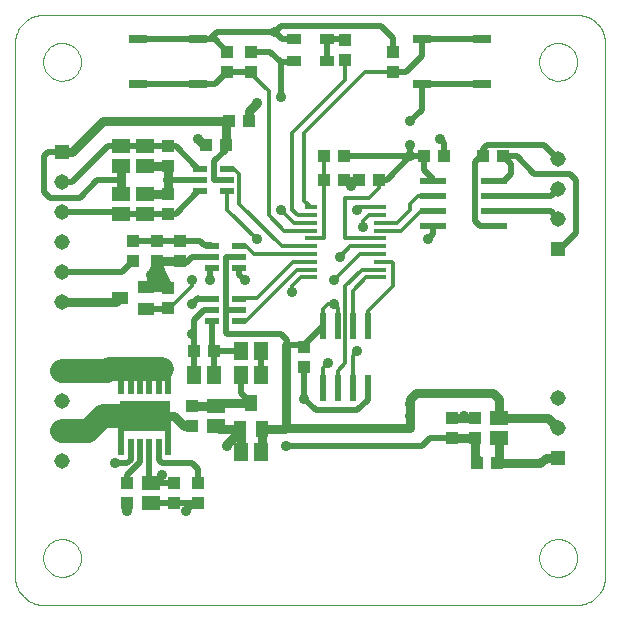
<source format=gtl>
G75*
%MOIN*%
%OFA0B0*%
%FSLAX24Y24*%
%IPPOS*%
%LPD*%
%AMOC8*
5,1,8,0,0,1.08239X$1,22.5*
%
%ADD10C,0.0000*%
%ADD11R,0.0394X0.0157*%
%ADD12R,0.0240X0.0870*%
%ADD13R,0.0866X0.0236*%
%ADD14R,0.0515X0.0515*%
%ADD15C,0.0515*%
%ADD16R,0.0433X0.0394*%
%ADD17R,0.0394X0.0433*%
%ADD18R,0.0551X0.0394*%
%ADD19R,0.0591X0.0512*%
%ADD20R,0.0472X0.0236*%
%ADD21R,0.0600X0.0300*%
%ADD22R,0.0394X0.0551*%
%ADD23R,0.0512X0.0591*%
%ADD24R,0.0197X0.0551*%
%ADD25R,0.1654X0.0984*%
%ADD26R,0.0472X0.0354*%
%ADD27C,0.0197*%
%ADD28C,0.0315*%
%ADD29C,0.0356*%
%ADD30C,0.0138*%
%ADD31C,0.0787*%
D10*
X000198Y001183D02*
X000198Y018899D01*
X000199Y018899D02*
X000201Y018961D01*
X000207Y019022D01*
X000216Y019083D01*
X000230Y019144D01*
X000247Y019203D01*
X000268Y019261D01*
X000293Y019318D01*
X000321Y019373D01*
X000352Y019426D01*
X000387Y019477D01*
X000425Y019526D01*
X000466Y019573D01*
X000509Y019616D01*
X000556Y019657D01*
X000605Y019695D01*
X000656Y019730D01*
X000709Y019761D01*
X000764Y019789D01*
X000821Y019814D01*
X000879Y019835D01*
X000938Y019852D01*
X000999Y019866D01*
X001060Y019875D01*
X001121Y019881D01*
X001183Y019883D01*
X018899Y019883D01*
X018961Y019881D01*
X019022Y019875D01*
X019083Y019866D01*
X019144Y019852D01*
X019203Y019835D01*
X019261Y019814D01*
X019318Y019789D01*
X019373Y019761D01*
X019426Y019730D01*
X019477Y019695D01*
X019526Y019657D01*
X019573Y019616D01*
X019616Y019573D01*
X019657Y019526D01*
X019695Y019477D01*
X019730Y019426D01*
X019761Y019373D01*
X019789Y019318D01*
X019814Y019261D01*
X019835Y019203D01*
X019852Y019144D01*
X019866Y019083D01*
X019875Y019022D01*
X019881Y018961D01*
X019883Y018899D01*
X019883Y001183D01*
X019881Y001121D01*
X019875Y001060D01*
X019866Y000999D01*
X019852Y000938D01*
X019835Y000879D01*
X019814Y000821D01*
X019789Y000764D01*
X019761Y000709D01*
X019730Y000656D01*
X019695Y000605D01*
X019657Y000556D01*
X019616Y000509D01*
X019573Y000466D01*
X019526Y000425D01*
X019477Y000387D01*
X019426Y000352D01*
X019373Y000321D01*
X019318Y000293D01*
X019261Y000268D01*
X019203Y000247D01*
X019144Y000230D01*
X019083Y000216D01*
X019022Y000207D01*
X018961Y000201D01*
X018899Y000199D01*
X018899Y000198D02*
X001183Y000198D01*
X001183Y000199D02*
X001121Y000201D01*
X001060Y000207D01*
X000999Y000216D01*
X000938Y000230D01*
X000879Y000247D01*
X000821Y000268D01*
X000764Y000293D01*
X000709Y000321D01*
X000656Y000352D01*
X000605Y000387D01*
X000556Y000425D01*
X000509Y000466D01*
X000466Y000509D01*
X000425Y000556D01*
X000387Y000605D01*
X000352Y000656D01*
X000321Y000709D01*
X000293Y000764D01*
X000268Y000821D01*
X000247Y000879D01*
X000230Y000938D01*
X000216Y000999D01*
X000207Y001060D01*
X000201Y001121D01*
X000199Y001183D01*
X001143Y001773D02*
X001145Y001823D01*
X001151Y001873D01*
X001161Y001922D01*
X001175Y001970D01*
X001192Y002017D01*
X001213Y002062D01*
X001238Y002106D01*
X001266Y002147D01*
X001298Y002186D01*
X001332Y002223D01*
X001369Y002257D01*
X001409Y002287D01*
X001451Y002314D01*
X001495Y002338D01*
X001541Y002359D01*
X001588Y002375D01*
X001636Y002388D01*
X001686Y002397D01*
X001735Y002402D01*
X001786Y002403D01*
X001836Y002400D01*
X001885Y002393D01*
X001934Y002382D01*
X001982Y002367D01*
X002028Y002349D01*
X002073Y002327D01*
X002116Y002301D01*
X002157Y002272D01*
X002196Y002240D01*
X002232Y002205D01*
X002264Y002167D01*
X002294Y002127D01*
X002321Y002084D01*
X002344Y002040D01*
X002363Y001994D01*
X002379Y001946D01*
X002391Y001897D01*
X002399Y001848D01*
X002403Y001798D01*
X002403Y001748D01*
X002399Y001698D01*
X002391Y001649D01*
X002379Y001600D01*
X002363Y001552D01*
X002344Y001506D01*
X002321Y001462D01*
X002294Y001419D01*
X002264Y001379D01*
X002232Y001341D01*
X002196Y001306D01*
X002157Y001274D01*
X002116Y001245D01*
X002073Y001219D01*
X002028Y001197D01*
X001982Y001179D01*
X001934Y001164D01*
X001885Y001153D01*
X001836Y001146D01*
X001786Y001143D01*
X001735Y001144D01*
X001686Y001149D01*
X001636Y001158D01*
X001588Y001171D01*
X001541Y001187D01*
X001495Y001208D01*
X001451Y001232D01*
X001409Y001259D01*
X001369Y001289D01*
X001332Y001323D01*
X001298Y001360D01*
X001266Y001399D01*
X001238Y001440D01*
X001213Y001484D01*
X001192Y001529D01*
X001175Y001576D01*
X001161Y001624D01*
X001151Y001673D01*
X001145Y001723D01*
X001143Y001773D01*
X001143Y018309D02*
X001145Y018359D01*
X001151Y018409D01*
X001161Y018458D01*
X001175Y018506D01*
X001192Y018553D01*
X001213Y018598D01*
X001238Y018642D01*
X001266Y018683D01*
X001298Y018722D01*
X001332Y018759D01*
X001369Y018793D01*
X001409Y018823D01*
X001451Y018850D01*
X001495Y018874D01*
X001541Y018895D01*
X001588Y018911D01*
X001636Y018924D01*
X001686Y018933D01*
X001735Y018938D01*
X001786Y018939D01*
X001836Y018936D01*
X001885Y018929D01*
X001934Y018918D01*
X001982Y018903D01*
X002028Y018885D01*
X002073Y018863D01*
X002116Y018837D01*
X002157Y018808D01*
X002196Y018776D01*
X002232Y018741D01*
X002264Y018703D01*
X002294Y018663D01*
X002321Y018620D01*
X002344Y018576D01*
X002363Y018530D01*
X002379Y018482D01*
X002391Y018433D01*
X002399Y018384D01*
X002403Y018334D01*
X002403Y018284D01*
X002399Y018234D01*
X002391Y018185D01*
X002379Y018136D01*
X002363Y018088D01*
X002344Y018042D01*
X002321Y017998D01*
X002294Y017955D01*
X002264Y017915D01*
X002232Y017877D01*
X002196Y017842D01*
X002157Y017810D01*
X002116Y017781D01*
X002073Y017755D01*
X002028Y017733D01*
X001982Y017715D01*
X001934Y017700D01*
X001885Y017689D01*
X001836Y017682D01*
X001786Y017679D01*
X001735Y017680D01*
X001686Y017685D01*
X001636Y017694D01*
X001588Y017707D01*
X001541Y017723D01*
X001495Y017744D01*
X001451Y017768D01*
X001409Y017795D01*
X001369Y017825D01*
X001332Y017859D01*
X001298Y017896D01*
X001266Y017935D01*
X001238Y017976D01*
X001213Y018020D01*
X001192Y018065D01*
X001175Y018112D01*
X001161Y018160D01*
X001151Y018209D01*
X001145Y018259D01*
X001143Y018309D01*
X017679Y018309D02*
X017681Y018359D01*
X017687Y018409D01*
X017697Y018458D01*
X017711Y018506D01*
X017728Y018553D01*
X017749Y018598D01*
X017774Y018642D01*
X017802Y018683D01*
X017834Y018722D01*
X017868Y018759D01*
X017905Y018793D01*
X017945Y018823D01*
X017987Y018850D01*
X018031Y018874D01*
X018077Y018895D01*
X018124Y018911D01*
X018172Y018924D01*
X018222Y018933D01*
X018271Y018938D01*
X018322Y018939D01*
X018372Y018936D01*
X018421Y018929D01*
X018470Y018918D01*
X018518Y018903D01*
X018564Y018885D01*
X018609Y018863D01*
X018652Y018837D01*
X018693Y018808D01*
X018732Y018776D01*
X018768Y018741D01*
X018800Y018703D01*
X018830Y018663D01*
X018857Y018620D01*
X018880Y018576D01*
X018899Y018530D01*
X018915Y018482D01*
X018927Y018433D01*
X018935Y018384D01*
X018939Y018334D01*
X018939Y018284D01*
X018935Y018234D01*
X018927Y018185D01*
X018915Y018136D01*
X018899Y018088D01*
X018880Y018042D01*
X018857Y017998D01*
X018830Y017955D01*
X018800Y017915D01*
X018768Y017877D01*
X018732Y017842D01*
X018693Y017810D01*
X018652Y017781D01*
X018609Y017755D01*
X018564Y017733D01*
X018518Y017715D01*
X018470Y017700D01*
X018421Y017689D01*
X018372Y017682D01*
X018322Y017679D01*
X018271Y017680D01*
X018222Y017685D01*
X018172Y017694D01*
X018124Y017707D01*
X018077Y017723D01*
X018031Y017744D01*
X017987Y017768D01*
X017945Y017795D01*
X017905Y017825D01*
X017868Y017859D01*
X017834Y017896D01*
X017802Y017935D01*
X017774Y017976D01*
X017749Y018020D01*
X017728Y018065D01*
X017711Y018112D01*
X017697Y018160D01*
X017687Y018209D01*
X017681Y018259D01*
X017679Y018309D01*
X017679Y001773D02*
X017681Y001823D01*
X017687Y001873D01*
X017697Y001922D01*
X017711Y001970D01*
X017728Y002017D01*
X017749Y002062D01*
X017774Y002106D01*
X017802Y002147D01*
X017834Y002186D01*
X017868Y002223D01*
X017905Y002257D01*
X017945Y002287D01*
X017987Y002314D01*
X018031Y002338D01*
X018077Y002359D01*
X018124Y002375D01*
X018172Y002388D01*
X018222Y002397D01*
X018271Y002402D01*
X018322Y002403D01*
X018372Y002400D01*
X018421Y002393D01*
X018470Y002382D01*
X018518Y002367D01*
X018564Y002349D01*
X018609Y002327D01*
X018652Y002301D01*
X018693Y002272D01*
X018732Y002240D01*
X018768Y002205D01*
X018800Y002167D01*
X018830Y002127D01*
X018857Y002084D01*
X018880Y002040D01*
X018899Y001994D01*
X018915Y001946D01*
X018927Y001897D01*
X018935Y001848D01*
X018939Y001798D01*
X018939Y001748D01*
X018935Y001698D01*
X018927Y001649D01*
X018915Y001600D01*
X018899Y001552D01*
X018880Y001506D01*
X018857Y001462D01*
X018830Y001419D01*
X018800Y001379D01*
X018768Y001341D01*
X018732Y001306D01*
X018693Y001274D01*
X018652Y001245D01*
X018609Y001219D01*
X018564Y001197D01*
X018518Y001179D01*
X018470Y001164D01*
X018421Y001153D01*
X018372Y001146D01*
X018322Y001143D01*
X018271Y001144D01*
X018222Y001149D01*
X018172Y001158D01*
X018124Y001171D01*
X018077Y001187D01*
X018031Y001208D01*
X017987Y001232D01*
X017945Y001259D01*
X017905Y001289D01*
X017868Y001323D01*
X017834Y001360D01*
X017802Y001399D01*
X017774Y001440D01*
X017749Y001484D01*
X017728Y001529D01*
X017711Y001576D01*
X017697Y001624D01*
X017687Y001673D01*
X017681Y001723D01*
X017679Y001773D01*
D11*
X012366Y011123D03*
X012366Y011383D03*
X012368Y011643D03*
X012366Y011903D03*
X012366Y012163D03*
X012366Y012423D03*
X012366Y012683D03*
X012366Y012943D03*
X012366Y013203D03*
X012366Y013463D03*
X010066Y013463D03*
X010066Y013203D03*
X010066Y012943D03*
X010066Y012683D03*
X010066Y012423D03*
X010066Y012163D03*
X010066Y011903D03*
X010063Y011643D03*
X010066Y011383D03*
X010066Y011123D03*
D12*
X010472Y009496D03*
X010972Y009496D03*
X011472Y009496D03*
X011972Y009496D03*
X011972Y007436D03*
X011472Y007436D03*
X010972Y007436D03*
X010472Y007436D03*
D13*
X014135Y012834D03*
X014135Y013334D03*
X014135Y013834D03*
X014135Y014334D03*
X016183Y014334D03*
X016183Y013834D03*
X016183Y013334D03*
X016183Y012834D03*
D14*
X018309Y012084D03*
X018309Y005104D03*
X001773Y007998D03*
X001773Y015297D03*
D15*
X001773Y014297D03*
X001773Y013297D03*
X001773Y012297D03*
X001773Y011297D03*
X001773Y010297D03*
X001773Y006998D03*
X001773Y005998D03*
X001773Y004998D03*
X018309Y006104D03*
X018309Y007104D03*
X018309Y013084D03*
X018309Y014084D03*
X018309Y015084D03*
D16*
X016478Y015159D03*
X015809Y015159D03*
X014509Y015159D03*
X013840Y015159D03*
X012344Y014372D03*
X011675Y014372D03*
X011163Y014372D03*
X010494Y014372D03*
X010494Y015159D03*
X011163Y015159D03*
X012797Y017974D03*
X012797Y018643D03*
X011222Y018368D03*
X011222Y019037D03*
X008072Y018643D03*
X008072Y017974D03*
X008013Y016340D03*
X007344Y016340D03*
X007226Y015553D03*
X006557Y015553D03*
X004923Y012344D03*
X004923Y011675D03*
X004135Y011675D03*
X004135Y012344D03*
X005317Y010769D03*
X005317Y010100D03*
X006163Y008663D03*
X006832Y008663D03*
X006301Y004273D03*
X006301Y003604D03*
X003939Y003604D03*
X003939Y004273D03*
X014765Y005769D03*
X014765Y006439D03*
D17*
X015553Y006439D03*
X015553Y005769D03*
X015612Y004923D03*
X016281Y004923D03*
X009844Y008131D03*
X009844Y008801D03*
X006104Y006832D03*
X006104Y006163D03*
X005513Y004273D03*
X005513Y003604D03*
X005710Y011675D03*
X005710Y012344D03*
X005317Y013250D03*
X005317Y013919D03*
X005317Y014824D03*
X005317Y015494D03*
X007285Y017974D03*
X007285Y018643D03*
D18*
X004569Y010809D03*
X004569Y010061D03*
X003702Y010435D03*
D19*
X003742Y013250D03*
X003742Y013919D03*
X004529Y013919D03*
X004529Y013250D03*
X004529Y014824D03*
X004529Y015494D03*
X003742Y015494D03*
X003742Y014824D03*
X006891Y006832D03*
X006891Y006163D03*
X004726Y004273D03*
X004726Y003604D03*
X016340Y005769D03*
X016340Y006439D03*
D20*
X007679Y009667D03*
X007679Y010041D03*
X007679Y010415D03*
X006773Y010415D03*
X006773Y010041D03*
X006773Y009667D03*
X006773Y011439D03*
X006773Y011813D03*
X006773Y012187D03*
X007679Y012187D03*
X007679Y011813D03*
X007679Y011439D03*
X007285Y013998D03*
X007285Y014372D03*
X007285Y014746D03*
X006380Y014746D03*
X006380Y014372D03*
X006380Y013998D03*
D21*
X006317Y017559D03*
X006317Y019059D03*
X004317Y019059D03*
X004317Y017559D03*
X013765Y017559D03*
X013765Y019059D03*
X015765Y019059D03*
X015765Y017559D03*
D22*
X008072Y006931D03*
X007698Y006065D03*
X008446Y006065D03*
D23*
X008407Y005317D03*
X007738Y005317D03*
X007738Y007876D03*
X008407Y007876D03*
X008407Y008663D03*
X007738Y008663D03*
X006832Y007876D03*
X006163Y007876D03*
D24*
X005317Y007521D03*
X005002Y007521D03*
X004687Y007521D03*
X004372Y007521D03*
X004057Y007521D03*
X003742Y007521D03*
X003742Y005474D03*
X004057Y005474D03*
X004372Y005474D03*
X004687Y005474D03*
X005002Y005474D03*
X005317Y005474D03*
D25*
X004529Y006498D03*
D26*
X009490Y018348D03*
X009490Y019057D03*
X010592Y019057D03*
X010592Y018348D03*
D27*
X010592Y019057D01*
X011202Y019057D01*
X011222Y019037D01*
X012403Y019490D02*
X009057Y019490D01*
X008860Y019293D01*
X009096Y019057D01*
X009490Y019057D01*
X008860Y019293D02*
X006929Y019293D01*
X006694Y019059D01*
X006870Y019059D01*
X007285Y018643D01*
X006694Y019059D02*
X006317Y019059D01*
X004317Y019059D01*
X004317Y017559D02*
X006317Y017559D01*
X006870Y017559D01*
X007285Y017974D01*
X008072Y017974D01*
X008072Y018643D02*
X008722Y018643D01*
X009057Y018309D01*
X009057Y017128D01*
X009057Y018309D02*
X009450Y018309D01*
X009490Y018348D01*
X012403Y019490D02*
X012797Y019096D01*
X012797Y018643D01*
X012797Y017974D02*
X013250Y017974D01*
X013781Y018506D01*
X013781Y019043D01*
X013765Y019059D01*
X015765Y019059D01*
X015765Y017559D02*
X013765Y017559D01*
X013765Y016718D01*
X013387Y016340D01*
X013387Y015553D02*
X013387Y015159D01*
X012600Y014372D01*
X012344Y014372D01*
X011675Y014372D02*
X011163Y014372D01*
X011222Y014372D01*
X011419Y014175D01*
X011163Y015159D02*
X013387Y015159D01*
X013840Y015159D01*
X013840Y014706D01*
X014135Y014411D01*
X014135Y014334D01*
X014509Y015159D02*
X014509Y015612D01*
X014372Y015750D01*
X015553Y014962D02*
X015553Y012994D01*
X015712Y012834D01*
X016183Y012834D01*
X016183Y013334D02*
X018059Y013334D01*
X018309Y013084D01*
X018899Y012600D02*
X018899Y014372D01*
X018702Y014569D01*
X017521Y014569D01*
X016931Y015159D01*
X016478Y015159D01*
X016734Y014903D01*
X016734Y014569D01*
X016500Y014334D01*
X016183Y014334D01*
X016183Y013834D02*
X018059Y013834D01*
X018309Y014084D01*
X018309Y015084D02*
X017840Y015553D01*
X015946Y015553D01*
X015809Y015415D01*
X015809Y015159D01*
X015750Y015159D01*
X015553Y014962D01*
X014135Y012834D02*
X014135Y012561D01*
X013978Y012403D01*
X010472Y009496D02*
X009844Y008868D01*
X009262Y008868D01*
X009262Y009048D01*
X009057Y009254D01*
X007285Y009254D01*
X007246Y009293D01*
X007246Y010041D01*
X007246Y011813D01*
X007679Y011813D01*
X007679Y011439D02*
X007679Y011222D01*
X007876Y011025D01*
X007679Y010041D02*
X007246Y010041D01*
X006773Y010041D02*
X006498Y010041D01*
X006163Y009706D01*
X006163Y008663D01*
X006163Y007876D01*
X006163Y009194D01*
X006104Y009254D01*
X006773Y009667D02*
X006773Y008722D01*
X006832Y008663D01*
X007738Y008663D01*
X008407Y008663D02*
X008407Y007876D01*
X007738Y007876D02*
X007738Y007265D01*
X008072Y006931D01*
X006832Y007876D02*
X006832Y008663D01*
X005317Y007876D02*
X005317Y007521D01*
X005317Y007876D02*
X005120Y008072D01*
X005002Y007994D02*
X004923Y008072D01*
X005002Y007994D02*
X005002Y007521D01*
X004687Y007521D02*
X004687Y008033D01*
X004726Y008072D01*
X004372Y008033D02*
X004372Y007521D01*
X004057Y007521D02*
X004057Y007954D01*
X003939Y008072D01*
X004057Y007994D02*
X004135Y008072D01*
X004057Y007994D02*
X004057Y007521D01*
X003742Y007521D02*
X003742Y008072D01*
X004332Y008072D02*
X004372Y008033D01*
X003742Y006498D02*
X003742Y005474D01*
X004057Y005474D02*
X004057Y005041D01*
X003939Y004923D01*
X003545Y004923D01*
X003939Y004529D02*
X003939Y004273D01*
X003939Y004529D02*
X004372Y004962D01*
X004372Y005474D01*
X004687Y005474D02*
X004687Y004372D01*
X004726Y004332D01*
X004923Y004332D01*
X005120Y004529D01*
X005120Y004923D02*
X005002Y005041D01*
X005002Y005474D01*
X004687Y005474D02*
X004687Y004313D01*
X004726Y004273D01*
X005513Y004273D01*
X005120Y004923D02*
X006104Y004923D01*
X006301Y004726D01*
X006301Y004273D01*
X006301Y003604D02*
X005513Y003604D01*
X004726Y003604D01*
X003939Y003604D02*
X003939Y003348D01*
X005907Y003348D02*
X006163Y003604D01*
X006301Y003604D01*
X005317Y005474D02*
X005317Y006498D01*
X005277Y010061D02*
X004569Y010061D01*
X005277Y010061D02*
X005317Y010100D01*
X006104Y010238D02*
X006301Y010435D01*
X006320Y010415D01*
X006773Y010415D01*
X006694Y011025D02*
X006694Y011360D01*
X006773Y011439D01*
X006773Y011813D02*
X006104Y011813D01*
X005907Y011616D01*
X005769Y011616D01*
X005710Y011675D01*
X005710Y012344D02*
X006360Y012344D01*
X006498Y012206D01*
X006754Y012206D01*
X006773Y012187D01*
X005710Y012344D02*
X004923Y012344D01*
X004135Y012344D01*
X004135Y011675D02*
X003757Y011297D01*
X001773Y011297D01*
X001773Y013297D02*
X003694Y013297D01*
X003742Y013250D02*
X004529Y013250D01*
X005317Y013250D01*
X005572Y013250D01*
X006320Y013998D01*
X006380Y013998D01*
X006380Y014372D02*
X005317Y014372D01*
X006320Y014746D02*
X005572Y015494D01*
X005317Y015494D01*
X004529Y015494D01*
X003742Y015494D01*
X003289Y015494D01*
X002092Y014297D01*
X001773Y014297D01*
X001380Y013781D02*
X001183Y013978D01*
X001183Y015159D01*
X001320Y015297D01*
X001773Y015297D01*
X002954Y014372D02*
X002364Y013781D01*
X001380Y013781D01*
X002954Y014372D02*
X003742Y014372D01*
X006320Y014746D02*
X006380Y014746D01*
X006852Y015002D02*
X006852Y014372D01*
X007285Y014372D01*
X006852Y015002D02*
X007226Y015376D01*
X007226Y015553D01*
X009262Y008868D02*
X009254Y008860D01*
X009844Y008868D02*
X009844Y008801D01*
X009844Y008131D02*
X009844Y007088D01*
X010238Y006694D01*
X011616Y006694D01*
X011972Y007051D01*
X011972Y007436D01*
X013781Y005513D02*
X009254Y005513D01*
X013781Y005513D02*
X014037Y005769D01*
X014765Y005769D01*
X018309Y012084D02*
X018383Y012084D01*
X018899Y012600D01*
D28*
X016143Y007285D02*
X013584Y007285D01*
X013387Y007088D01*
X013387Y006891D01*
X013387Y006498D01*
X013387Y006104D01*
X009254Y006104D01*
X009214Y006065D01*
X008446Y006065D01*
X008446Y005356D01*
X008407Y005317D01*
X007738Y005317D02*
X007738Y006025D01*
X007285Y005572D01*
X007285Y005513D01*
X006990Y006065D02*
X006891Y006163D01*
X006990Y006065D02*
X007698Y006065D01*
X007738Y006025D01*
X006891Y006832D02*
X006990Y006931D01*
X008072Y006931D01*
X006891Y006832D02*
X006104Y006832D01*
X006104Y006163D02*
X005848Y006163D01*
X005513Y006498D01*
X005317Y006498D01*
X004529Y006498D01*
X003565Y010297D02*
X001773Y010297D01*
X003565Y010297D02*
X003702Y010435D01*
X004569Y010809D02*
X005277Y010809D01*
X005317Y010769D01*
X005317Y010828D01*
X004726Y011222D01*
X005120Y011222D01*
X005317Y010828D01*
X005120Y011222D02*
X004923Y011675D01*
X005710Y011675D01*
X004923Y011616D02*
X004726Y011222D01*
X004726Y010828D01*
X003742Y013250D02*
X003694Y013297D01*
X003742Y013919D02*
X003742Y014372D01*
X003742Y014824D01*
X004529Y014824D02*
X005317Y014824D01*
X005317Y014372D01*
X005317Y013919D01*
X004529Y013919D01*
X006301Y015750D02*
X006498Y015553D01*
X006557Y015553D01*
X007226Y015553D02*
X007226Y016222D01*
X007344Y016340D01*
X003151Y016340D01*
X002108Y015297D01*
X001773Y015297D01*
X008013Y016340D02*
X008013Y016675D01*
X008269Y016931D01*
X009254Y008860D02*
X009254Y006104D01*
X014765Y006439D02*
X015100Y006439D01*
X015159Y006498D01*
X014765Y006439D02*
X015553Y006439D01*
X015553Y005769D02*
X015553Y005120D01*
X015612Y005061D01*
X015612Y004923D01*
X016281Y004923D02*
X016340Y004982D01*
X016340Y005769D01*
X016340Y006439D02*
X016340Y007088D01*
X016143Y007285D01*
X016340Y006439D02*
X017974Y006439D01*
X018309Y006104D01*
X018293Y005120D02*
X017915Y005120D01*
X017718Y004923D01*
X016281Y004923D01*
X015553Y005769D02*
X014765Y005769D01*
X018293Y005120D02*
X018309Y005104D01*
D29*
X015159Y006498D03*
X013387Y006498D03*
X013387Y006891D03*
X013387Y006104D03*
X011616Y008663D03*
X010631Y008269D03*
X009844Y007088D03*
X009254Y005513D03*
X007285Y005513D03*
X005120Y004529D03*
X005907Y003348D03*
X003939Y003348D03*
X003545Y004923D03*
X006104Y009254D03*
X006104Y010238D03*
X006104Y011025D03*
X006694Y011025D03*
X007876Y011025D03*
X008269Y012403D03*
X009057Y013387D03*
X011025Y011813D03*
X010828Y011025D03*
X010828Y010238D03*
X009450Y010631D03*
X011813Y012797D03*
X011616Y013387D03*
X011419Y014175D03*
X013387Y015159D03*
X013387Y015553D03*
X013387Y016340D03*
X014372Y015750D03*
X013978Y012403D03*
X009057Y017128D03*
X008269Y016931D03*
X006301Y015750D03*
X005317Y014372D03*
X005120Y011222D03*
X004726Y011222D03*
X008860Y019293D03*
D30*
X008072Y017974D02*
X008072Y017915D01*
X008663Y017324D01*
X008663Y013191D01*
X009170Y012683D01*
X010066Y012683D01*
X010066Y012423D02*
X010494Y012423D01*
X010494Y014372D01*
X010494Y015159D01*
X009844Y015946D02*
X011872Y017974D01*
X012797Y017974D01*
X011222Y017718D02*
X011222Y018368D01*
X011222Y017718D02*
X009450Y015946D01*
X009450Y013387D01*
X009647Y013191D01*
X010053Y013191D01*
X010066Y013203D01*
X010066Y013463D02*
X009844Y013685D01*
X009844Y015946D01*
X011222Y013781D02*
X012009Y013781D01*
X012344Y014116D01*
X012344Y014372D01*
X012366Y013463D02*
X011692Y013463D01*
X011616Y013387D01*
X011813Y012994D02*
X012022Y013203D01*
X012366Y013203D01*
X012366Y012943D02*
X012943Y012943D01*
X013387Y013387D01*
X013387Y013584D01*
X013637Y013834D01*
X014135Y013834D01*
X014135Y013334D02*
X013728Y013334D01*
X013077Y012683D01*
X012366Y012683D01*
X012366Y012423D02*
X011222Y012423D01*
X011222Y013781D01*
X011813Y012994D02*
X011813Y012797D01*
X011376Y012163D02*
X011025Y011813D01*
X011376Y012163D02*
X012366Y012163D01*
X012366Y011903D02*
X011706Y011903D01*
X010828Y011025D01*
X011222Y010828D02*
X011222Y008269D01*
X010972Y008019D01*
X010972Y007436D01*
X010472Y007436D02*
X010472Y008110D01*
X010631Y008269D01*
X011472Y008519D02*
X011472Y007436D01*
X011472Y008519D02*
X011616Y008663D01*
X011472Y009496D02*
X011472Y010685D01*
X011911Y011123D01*
X012366Y011123D01*
X012366Y011383D02*
X011777Y011383D01*
X011222Y010828D01*
X010828Y010238D02*
X010631Y010238D01*
X010472Y010078D01*
X010472Y009496D01*
X010972Y009496D02*
X010972Y010094D01*
X010828Y010238D01*
X010066Y011123D02*
X009745Y011123D01*
X009450Y010828D01*
X009450Y010631D01*
X009612Y011383D02*
X007876Y009647D01*
X007698Y009647D01*
X007679Y009667D01*
X007679Y010415D02*
X007698Y010435D01*
X008269Y010435D01*
X009478Y011643D01*
X010063Y011643D01*
X010066Y011383D02*
X009612Y011383D01*
X010066Y011903D02*
X008179Y011903D01*
X007876Y012206D01*
X007698Y012206D01*
X007679Y012187D01*
X008269Y012403D02*
X007285Y013387D01*
X007285Y013998D01*
X007679Y013584D02*
X007679Y014569D01*
X007482Y014765D01*
X007305Y014765D01*
X007285Y014746D01*
X007679Y013584D02*
X009100Y012163D01*
X010066Y012163D01*
X010066Y012943D02*
X009501Y012943D01*
X009057Y013387D01*
X006104Y011025D02*
X006104Y010828D01*
X005513Y010238D01*
X005454Y010238D01*
X005317Y010100D01*
X011972Y010004D02*
X011972Y009496D01*
X011972Y010004D02*
X012797Y010828D01*
X012797Y011616D01*
X012769Y011643D01*
X012368Y011643D01*
D31*
X005120Y008072D02*
X004923Y008072D01*
X004726Y008072D01*
X004332Y008072D01*
X004135Y008072D01*
X003939Y008072D01*
X003742Y008072D01*
X003348Y008072D01*
X003273Y007998D01*
X001773Y007998D01*
X003151Y006498D02*
X003742Y006498D01*
X004529Y006498D01*
X003151Y006498D02*
X002651Y005998D01*
X001773Y005998D01*
M02*

</source>
